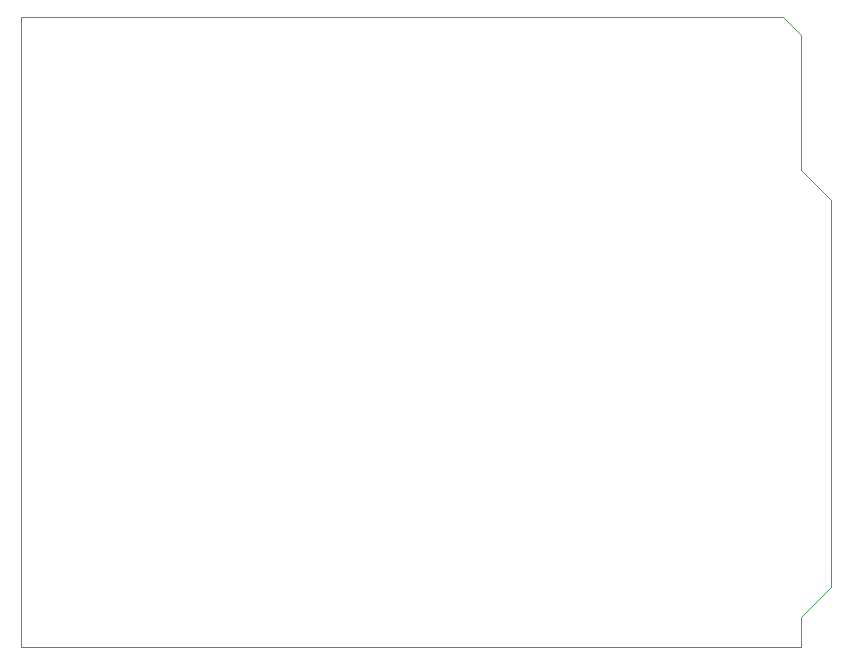
<source format=gbr>
%TF.GenerationSoftware,KiCad,Pcbnew,(7.0.0)*%
%TF.CreationDate,2023-03-08T16:57:33-05:00*%
%TF.ProjectId,RESTORE_AVR_FUSES_SMD,52455354-4f52-4455-9f41-56525f465553,1.1v*%
%TF.SameCoordinates,Original*%
%TF.FileFunction,Profile,NP*%
%FSLAX46Y46*%
G04 Gerber Fmt 4.6, Leading zero omitted, Abs format (unit mm)*
G04 Created by KiCad (PCBNEW (7.0.0)) date 2023-03-08 16:57:33*
%MOMM*%
%LPD*%
G01*
G04 APERTURE LIST*
%TA.AperFunction,Profile*%
%ADD10C,0.100000*%
%TD*%
G04 APERTURE END LIST*
D10*
%TO.C,A1*%
X101600000Y-76200000D02*
X101600000Y-129540000D01*
X101600000Y-129540000D02*
X167640000Y-129540000D01*
X166120000Y-76200000D02*
X101600000Y-76200000D01*
X167640000Y-77720000D02*
X166120000Y-76200000D01*
X167640000Y-89150000D02*
X167640000Y-77720000D01*
X167640000Y-127000000D02*
X170180000Y-124460000D01*
X167640000Y-129540000D02*
X167640000Y-127000000D01*
X170180000Y-91690000D02*
X167640000Y-89150000D01*
X170180000Y-124460000D02*
X170180000Y-91690000D01*
%TD*%
M02*

</source>
